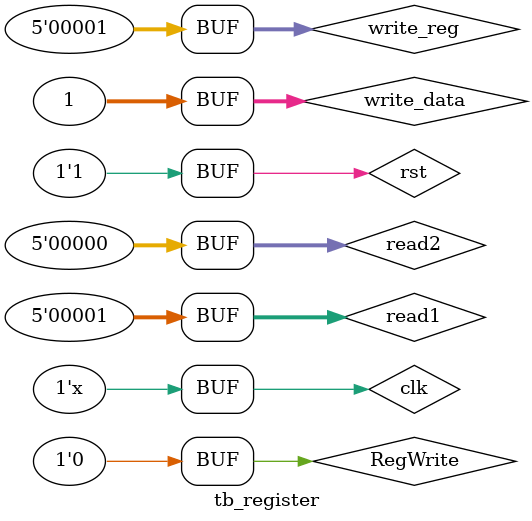
<source format=v>
`timescale 1ns/1ns

module tb_register();

reg rst, clk, RegWrite;
reg [4:0] read1, read2, write_reg;
reg [31:0] write_data;
wire [31:0] data1, data2;

register uut(rst, clk, read1, read2, write_reg, write_data, RegWrite, data1, data2);

initial begin
    rst = 1; clk = 0; RegWrite = 0; read1 = 0; read2 = 0; write_reg = 0; write_data = 0;
    #50; RegWrite = 1; write_reg = 1; read1 = 1; write_data = 1;
    #50; RegWrite = 0;
    #50; read1 = 0; read2 = 1;
    #50; rst = 0;
    #50; rst = 1; read1 = 1; read2 = 0;
end

always #25 begin
    clk = ~clk;
end

endmodule
</source>
